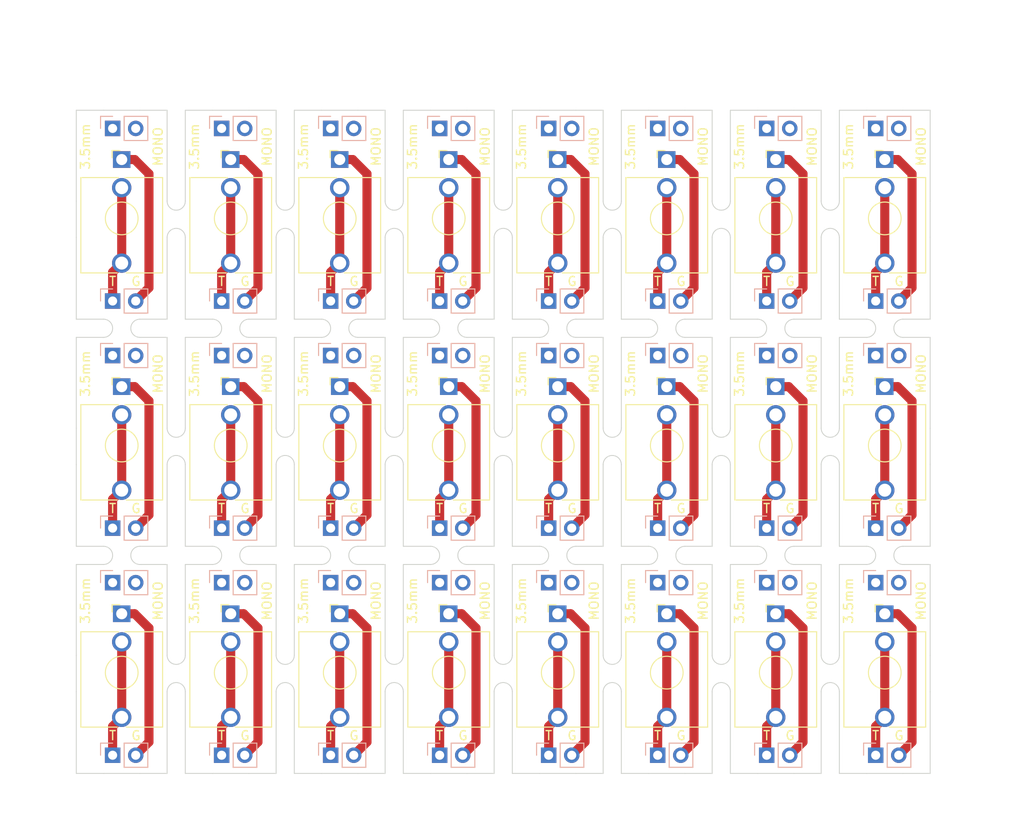
<source format=kicad_pcb>
(kicad_pcb (version 20211014) (generator pcbnew)
  (layers (0 "F.Cu" signal) (31 "B.Cu" signal) (34 "B.Paste" user) (35 "F.Paste" user) (36 "B.SilkS" user "B.Silkscreen") (37 "F.SilkS" user "F.Silkscreen") (38 "B.Mask" user) (39 "F.Mask" user) (44 "Edge.Cuts" user))
  (net 0 "")
  (net 1 "Net-(J3-PadG)")
  (net 2 "Net-(J3-PadS)")
  (footprint "LIBRARY-8-bit-computer:3.5mm-mono-jack-eurorack-2" (layer "F.Cu") (at 154 128)
    (fp_text reference "J63" hide)
    (fp_text value "AudioJack2_Ground" hide)
  )
  (footprint "LIBRARY-8-bit-computer:3.5mm-mono-jack-eurorack-2" (layer "F.Cu") (at 190 78)
    (fp_text reference "J24" hide)
    (fp_text value "AudioJack2_Ground" hide)
  )
  (footprint "LIBRARY-8-bit-computer:3.5mm-mono-jack-eurorack-2" (layer "F.Cu") (at 130 103)
    (fp_text reference "J33" hide)
    (fp_text value "AudioJack2_Ground" hide)
  )
  (footprint "LIBRARY-8-bit-computer:3.5mm-mono-jack-eurorack-2" (layer "F.Cu") (at 106 103)
    (fp_text reference "J27" hide)
    (fp_text value "AudioJack2_Ground" hide)
  )
  (footprint "LIBRARY-8-bit-computer:3.5mm-mono-jack-eurorack-2" (layer "F.Cu") (at 118 103)
    (fp_text reference "J30" hide)
    (fp_text value "AudioJack2_Ground" hide)
  )
  (footprint "LIBRARY-8-bit-computer:3.5mm-mono-jack-eurorack-2" (layer "F.Cu") (at 142 78)
    (fp_text reference "J12" hide)
    (fp_text value "AudioJack2_Ground" hide)
  )
  (footprint "LIBRARY-8-bit-computer:mouse-bite-2mm-slot" (layer "F.Cu") (at 148 128 -90)
    (fp_text reference "mouse-bite-2mm-slot39" hide)
    (fp_text value "VAL**" hide)
    (fp_arc (start 2 1) (mid 1 0) (end 2 -1) (layer "Edge.Cuts") (width 0.1))
    (fp_arc (start -2 -1) (mid -1 0) (end -2 1) (layer "Edge.Cuts") (width 0.1))
  )
  (footprint "LIBRARY-8-bit-computer:mouse-bite-2mm-slot" (layer "F.Cu") (at 166 115)
    (fp_text reference "mouse-bite-2mm-slot26" hide)
    (fp_text value "VAL**" hide)
    (fp_arc (start 2 1) (mid 1 0) (end 2 -1) (layer "Edge.Cuts") (width 0.1))
    (fp_arc (start -2 -1) (mid -1 0) (end -2 1) (layer "Edge.Cuts") (width 0.1))
  )
  (footprint "LIBRARY-8-bit-computer:3.5mm-mono-jack-eurorack-2" (layer "F.Cu") (at 190 103)
    (fp_text reference "J48" hide)
    (fp_text value "AudioJack2_Ground" hide)
  )
  (footprint "LIBRARY-8-bit-computer:mouse-bite-2mm-slot" (layer "F.Cu") (at 130 90)
    (fp_text reference "mouse-bite-2mm-slot4" hide)
    (fp_text value "VAL**" hide)
    (fp_arc (start -2 -1) (mid -1 0) (end -2 1) (layer "Edge.Cuts") (width 0.1))
    (fp_arc (start 2 1) (mid 1 0) (end 2 -1) (layer "Edge.Cuts") (width 0.1))
  )
  (footprint "LIBRARY-8-bit-computer:mouse-bite-2mm-slot" (layer "F.Cu") (at 112 128 -90)
    (fp_text reference "mouse-bite-2mm-slot33" hide)
    (fp_text value "VAL**" hide)
    (fp_arc (start 2 1) (mid 1 0) (end 2 -1) (layer "Edge.Cuts") (width 0.1))
    (fp_arc (start -2 -1) (mid -1 0) (end -2 1) (layer "Edge.Cuts") (width 0.1))
  )
  (footprint "LIBRARY-8-bit-computer:mouse-bite-2mm-slot" (layer "F.Cu") (at 190 90)
    (fp_text reference "mouse-bite-2mm-slot14" hide)
    (fp_text value "VAL**" hide)
    (fp_arc (start -2 -1) (mid -1 0) (end -2 1) (layer "Edge.Cuts") (width 0.1))
    (fp_arc (start 2 1) (mid 1 0) (end 2 -1) (layer "Edge.Cuts") (width 0.1))
  )
  (footprint "LIBRARY-8-bit-computer:mouse-bite-2mm-slot" (layer "F.Cu") (at 136 78 -90)
    (fp_text reference "mouse-bite-2mm-slot5" hide)
    (fp_text value "VAL**" hide)
    (fp_arc (start 2 1) (mid 1 0) (end 2 -1) (layer "Edge.Cuts") (width 0.1))
    (fp_arc (start -2 -1) (mid -1 0) (end -2 1) (layer "Edge.Cuts") (width 0.1))
  )
  (footprint "LIBRARY-8-bit-computer:mouse-bite-2mm-slot" (layer "F.Cu") (at 124 128 -90)
    (fp_text reference "mouse-bite-2mm-slot35" hide)
    (fp_text value "VAL**" hide)
    (fp_arc (start -2 -1) (mid -1 0) (end -2 1) (layer "Edge.Cuts") (width 0.1))
    (fp_arc (start 2 1) (mid 1 0) (end 2 -1) (layer "Edge.Cuts") (width 0.1))
  )
  (footprint "LIBRARY-8-bit-computer:mouse-bite-2mm-slot" (layer "F.Cu") (at 160 103 -90)
    (fp_text reference "mouse-bite-2mm-slot25" hide)
    (fp_text value "VAL**" hide)
    (fp_arc (start 2 1) (mid 1 0) (end 2 -1) (layer "Edge.Cuts") (width 0.1))
    (fp_arc (start -2 -1) (mid -1 0) (end -2 1) (layer "Edge.Cuts") (width 0.1))
  )
  (footprint "LIBRARY-8-bit-computer:mouse-bite-2mm-slot" (layer "F.Cu") (at 124 103 -90)
    (fp_text reference "mouse-bite-2mm-slot19" hide)
    (fp_text value "VAL**" hide)
    (fp_arc (start 2 1) (mid 1 0) (end 2 -1) (layer "Edge.Cuts") (width 0.1))
    (fp_arc (start -2 -1) (mid -1 0) (end -2 1) (layer "Edge.Cuts") (width 0.1))
  )
  (footprint "LIBRARY-8-bit-computer:mouse-bite-2mm-slot" (layer "F.Cu") (at 178 115)
    (fp_text reference "mouse-bite-2mm-slot28" hide)
    (fp_text value "VAL**" hide)
    (fp_arc (start -2 -1) (mid -1 0) (end -2 1) (layer "Edge.Cuts") (width 0.1))
    (fp_arc (start 2 1) (mid 1 0) (end 2 -1) (layer "Edge.Cuts") (width 0.1))
  )
  (footprint "LIBRARY-8-bit-computer:mouse-bite-2mm-slot" (layer "F.Cu") (at 172 128 -90)
    (fp_text reference "mouse-bite-2mm-slot43" hide)
    (fp_text value "VAL**" hide)
    (fp_arc (start 2 1) (mid 1 0) (end 2 -1) (layer "Edge.Cuts") (width 0.1))
    (fp_arc (start -2 -1) (mid -1 0) (end -2 1) (layer "Edge.Cuts") (width 0.1))
  )
  (footprint "LIBRARY-8-bit-computer:mouse-bite-2mm-slot" (layer "F.Cu") (at 154 115)
    (fp_text reference "mouse-bite-2mm-slot24" hide)
    (fp_text value "VAL**" hide)
    (fp_arc (start -2 -1) (mid -1 0) (end -2 1) (layer "Edge.Cuts") (width 0.1))
    (fp_arc (start 2 1) (mid 1 0) (end 2 -1) (layer "Edge.Cuts") (width 0.1))
  )
  (footprint "LIBRARY-8-bit-computer:mouse-bite-2mm-slot" (layer "F.Cu") (at 172 103 -90)
    (fp_text reference "mouse-bite-2mm-slot27" hide)
    (fp_text value "VAL**" hide)
    (fp_arc (start -2 -1) (mid -1 0) (end -2 1) (layer "Edge.Cuts") (width 0.1))
    (fp_arc (start 2 1) (mid 1 0) (end 2 -1) (layer "Edge.Cuts") (width 0.1))
  )
  (footprint "LIBRARY-8-bit-computer:3.5mm-mono-jack-eurorack-2" (layer "F.Cu") (at 118 78)
    (fp_text reference "J5" hide)
    (fp_text value "AudioJack2_Ground" hide)
  )
  (footprint "LIBRARY-8-bit-computer:mouse-bite-2mm-slot" (layer "F.Cu") (at 148 103 -90)
    (fp_text reference "mouse-bite-2mm-slot23" hide)
    (fp_text value "VAL**" hide)
    (fp_arc (start -2 -1) (mid -1 0) (end -2 1) (layer "Edge.Cuts") (width 0.1))
    (fp_arc (start 2 1) (mid 1 0) (end 2 -1) (layer "Edge.Cuts") (width 0.1))
  )
  (footprint "LIBRARY-8-bit-computer:mouse-bite-2mm-slot" (layer "F.Cu") (at 112 78 -90)
    (fp_text reference "mouse-bite-2mm-slot1" hide)
    (fp_text value "VAL**" hide)
    (fp_arc (start 2 1) (mid 1 0) (end 2 -1) (layer "Edge.Cuts") (width 0.1))
    (fp_arc (start -2 -1) (mid -1 0) (end -2 1) (layer "Edge.Cuts") (width 0.1))
  )
  (footprint "LIBRARY-8-bit-computer:mouse-bite-2mm-slot" (layer "F.Cu") (at 160 128 -90)
    (fp_text reference "mouse-bite-2mm-slot41" hide)
    (fp_text value "VAL**" hide)
    (fp_arc (start -2 -1) (mid -1 0) (end -2 1) (layer "Edge.Cuts") (width 0.1))
    (fp_arc (start 2 1) (mid 1 0) (end 2 -1) (layer "Edge.Cuts") (width 0.1))
  )
  (footprint "LIBRARY-8-bit-computer:mouse-bite-2mm-slot" (layer "F.Cu") (at 142 115)
    (fp_text reference "mouse-bite-2mm-slot22" hide)
    (fp_text value "VAL**" hide)
    (fp_arc (start 2 1) (mid 1 0) (end 2 -1) (layer "Edge.Cuts") (width 0.1))
    (fp_arc (start -2 -1) (mid -1 0) (end -2 1) (layer "Edge.Cuts") (width 0.1))
  )
  (footprint "LIBRARY-8-bit-computer:3.5mm-mono-jack-eurorack-2" (layer "F.Cu") (at 166 128)
    (fp_text reference "J66" hide)
    (fp_text value "AudioJack2_Ground" hide)
  )
  (footprint "LIBRARY-8-bit-computer:3.5mm-mono-jack-eurorack-2" (layer "F.Cu") (at 154 78)
    (fp_text reference "J15" hide)
    (fp_text value "AudioJack2_Ground" hide)
  )
  (footprint "LIBRARY-8-bit-computer:3.5mm-mono-jack-eurorack-2" (layer "F.Cu") (at 178 128)
    (fp_text reference "J69" hide)
    (fp_text value "AudioJack2_Ground" hide)
  )
  (footprint "LIBRARY-8-bit-computer:mouse-bite-2mm-slot" (layer "F.Cu") (at 136 128 -90)
    (fp_text reference "mouse-bite-2mm-slot37" hide)
    (fp_text value "VAL**" hide)
    (fp_arc (start 2 1) (mid 1 0) (end 2 -1) (layer "Edge.Cuts") (width 0.1))
    (fp_arc (start -2 -1) (mid -1 0) (end -2 1) (layer "Edge.Cuts") (width 0.1))
  )
  (footprint "LIBRARY-8-bit-computer:mouse-bite-2mm-slot" (layer "F.Cu") (at 130 115)
    (fp_text reference "mouse-bite-2mm-slot20" hide)
    (fp_text value "VAL**" hide)
    (fp_arc (start 2 1) (mid 1 0) (end 2 -1) (layer "Edge.Cuts") (width 0.1))
    (fp_arc (start -2 -1) (mid -1 0) (end -2 1) (layer "Edge.Cuts") (width 0.1))
  )
  (footprint "LIBRARY-8-bit-computer:3.5mm-mono-jack-eurorack-2" (layer "F.Cu") (at 142 128)
    (fp_text reference "J60" hide)
    (fp_text value "AudioJack2_Ground" hide)
  )
  (footprint "LIBRARY-8-bit-computer:mouse-bite-2mm-slot" (layer "F.Cu") (at 142 90)
    (fp_text reference "mouse-bite-2mm-slot6" hide)
    (fp_text value "VAL**" hide)
    (fp_arc (start 2 1) (mid 1 0) (end 2 -1) (layer "Edge.Cuts") (width 0.1))
    (fp_arc (start -2 -1) (mid -1 0) (end -2 1) (layer "Edge.Cuts") (width 0.1))
  )
  (footprint "LIBRARY-8-bit-computer:mouse-bite-2mm-slot" (layer "F.Cu") (at 172 78 -90)
    (fp_text reference "mouse-bite-2mm-slot11" hide)
    (fp_text value "VAL**" hide)
    (fp_arc (start -2 -1) (mid -1 0) (end -2 1) (layer "Edge.Cuts") (width 0.1))
    (fp_arc (start 2 1) (mid 1 0) (end 2 -1) (layer "Edge.Cuts") (width 0.1))
  )
  (footprint "LIBRARY-8-bit-computer:3.5mm-mono-jack-eurorack-2" (layer "F.Cu") (at 130 78)
    (fp_text reference "J7" hide)
    (fp_text value "AudioJack2_Ground" hide)
  )
  (footprint "LIBRARY-8-bit-computer:3.5mm-mono-jack-eurorack-2" (layer "F.Cu") (at 130 128)
    (fp_text reference "J57" hide)
    (fp_text value "AudioJack2_Ground" hide)
  )
  (footprint "LIBRARY-8-bit-computer:3.5mm-mono-jack-eurorack-2" (layer "F.Cu") (at 178 103)
    (fp_text reference "J45" hide)
    (fp_text value "AudioJack2_Ground" hide)
  )
  (footprint "LIBRARY-8-bit-computer:mouse-bite-2mm-slot" (layer "F.Cu") (at 184 78 -90)
    (fp_text reference "mouse-bite-2mm-slot13" hide)
    (fp_text value "VAL**" hide)
    (fp_arc (start -2 -1) (mid -1 0) (end -2 1) (layer "Edge.Cuts") (width 0.1))
    (fp_arc (start 2 1) (mid 1 0) (end 2 -1) (layer "Edge.Cuts") (width 0.1))
  )
  (footprint "LIBRARY-8-bit-computer:3.5mm-mono-jack-eurorack-2" (layer "F.Cu") (at 118 128)
    (fp_text reference "J54" hide)
    (fp_text value "AudioJack2_Ground" hide)
  )
  (footprint "LIBRARY-8-bit-computer:mouse-bite-2mm-slot" (layer "F.Cu") (at 124 78 -90)
    (fp_text reference "mouse-bite-2mm-slot3" hide)
    (fp_text value "VAL**" hide)
    (fp_arc (start -2 -1) (mid -1 0) (end -2 1) (layer "Edge.Cuts") (width 0.1))
    (fp_arc (start 2 1) (mid 1 0) (end 2 -1) (layer "Edge.Cuts") (width 0.1))
  )
  (footprint "LIBRARY-8-bit-computer:mouse-bite-2mm-slot" (layer "F.Cu") (at 154 90)
    (fp_text reference "mouse-bite-2mm-slot8" hide)
    (fp_text value "VAL**" hide)
    (fp_arc (start 2 1) (mid 1 0) (end 2 -1) (layer "Edge.Cuts") (width 0.1))
    (fp_arc (start -2 -1) (mid -1 0) (end -2 1) (layer "Edge.Cuts") (width 0.1))
  )
  (footprint "LIBRARY-8-bit-computer:mouse-bite-2mm-slot" (layer "F.Cu") (at 118 90)
    (fp_text reference "mouse-bite-2mm-slot2" hide)
    (fp_text value "VAL**" hide)
    (fp_arc (start 2 1) (mid 1 0) (end 2 -1) (layer "Edge.Cuts") (width 0.1))
    (fp_arc (start -2 -1) (mid -1 0) (end -2 1) (layer "Edge.Cuts") (width 0.1))
  )
  (footprint "LIBRARY-8-bit-computer:mouse-bite-2mm-slot" (layer "F.Cu") (at 106 115)
    (fp_text reference "mouse-bite-2mm-slot16" hide)
    (fp_text value "VAL**" hide)
    (fp_arc (start 2 1) (mid 1 0) (end 2 -1) (layer "Edge.Cuts") (width 0.1))
    (fp_arc (start -2 -1) (mid -1 0) (end -2 1) (layer "Edge.Cuts") (width 0.1))
  )
  (footprint "LIBRARY-8-bit-computer:mouse-bite-2mm-slot" (layer "F.Cu") (at 178 90)
    (fp_text reference "mouse-bite-2mm-slot12" hide)
    (fp_text value "VAL**" hide)
    (fp_arc (start 2 1) (mid 1 0) (end 2 -1) (layer "Edge.Cuts") (width 0.1))
    (fp_arc (start -2 -1) (mid -1 0) (end -2 1) (layer "Edge.Cuts") (width 0.1))
  )
  (footprint "LIBRARY-8-bit-computer:mouse-bite-2mm-slot" (layer "F.Cu") (at 136 103 -90)
    (fp_text reference "mouse-bite-2mm-slot21" hide)
    (fp_text value "VAL**" hide)
    (fp_arc (start 2 1) (mid 1 0) (end 2 -1) (layer "Edge.Cuts") (width 0.1))
    (fp_arc (start -2 -1) (mid -1 0) (end -2 1) (layer "Edge.Cuts") (width 0.1))
  )
  (footprint "LIBRARY-8-bit-computer:mouse-bite-2mm-slot" (layer "F.Cu") (at 148 78 -90)
    (fp_text reference "mouse-bite-2mm-slot7" hide)
    (fp_text value "VAL**" hide)
    (fp_arc (start -2 -1) (mid -1 0) (end -2 1) (layer "Edge.Cuts") (width 0.1))
    (fp_arc (start 2 1) (mid 1 0) (end 2 -1) (layer "Edge.Cuts") (width 0.1))
  )
  (footprint "LIBRARY-8-bit-computer:3.5mm-mono-jack-eurorack-2" (layer "F.Cu") (at 106 128)
    (fp_text reference "J51" hide)
    (fp_text value "AudioJack2_Ground" hide)
  )
  (footprint "LIBRARY-8-bit-computer:3.5mm-mono-jack-eurorack-2" (layer "F.Cu") (at 142 103)
    (fp_text reference "J36" hide)
    (fp_text value "AudioJack2_Ground" hide)
  )
  (footprint "LIBRARY-8-bit-computer:3.5mm-mono-jack-eurorack-2" (layer "F.Cu") (at 106 78)
    (fp_text reference "J3" hide)
    (fp_text value "AudioJack2_Ground" hide)
  )
  (footprint "LIBRARY-8-bit-computer:mouse-bite-2mm-slot" (layer "F.Cu") (at 160 78 -90)
    (fp_text reference "mouse-bite-2mm-slot9" hide)
    (fp_text value "VAL**" hide)
    (fp_arc (start 2 1) (mid 1 0) (end 2 -1) (layer "Edge.Cuts") (width 0.1))
    (fp_arc (start -2 -1) (mid -1 0) (end -2 1) (layer "Edge.Cuts") (width 0.1))
  )
  (footprint "LIBRARY-8-bit-computer:mouse-bite-2mm-slot" (layer "F.Cu") (at 118 115)
    (fp_text reference "mouse-bite-2mm-slot18" hide)
    (fp_text value "VAL**" hide)
    (fp_arc (start -2 -1) (mid -1 0) (end -2 1) (layer "Edge.Cuts") (width 0.1))
    (fp_arc (start 2 1) (mid 1 0) (end 2 -1) (layer "Edge.Cuts") (width 0.1))
  )
  (footprint "LIBRARY-8-bit-computer:3.5mm-mono-jack-eurorack-2" (layer "F.Cu") (at 190 128)
    (fp_text reference "J72" hide)
    (fp_text value "AudioJack2_Ground" hide)
  )
  (footprint "LIBRARY-8-bit-computer:mouse-bite-2mm-slot" (layer "F.Cu") (at 112 103 -90)
    (fp_text reference "mouse-bite-2mm-slot17" hide)
    (fp_text value "VAL**" hide)
    (fp_arc (start 2 1) (mid 1 0) (end 2 -1) (layer "Edge.Cuts") (width 0.1))
    (fp_arc (start -2 -1) (mid -1 0) (end -2 1) (layer "Edge.Cuts") (width 0.1))
  )
  (footprint "LIBRARY-8-bit-computer:3.5mm-mono-jack-eurorack-2" (layer "F.Cu") (at 166 103)
    (fp_text reference "J42" hide)
    (fp_text value "AudioJack2_Ground" hide)
  )
  (footprint "LIBRARY-8-bit-computer:mouse-bite-2mm-slot" (layer "F.Cu") (at 166 90)
    (fp_text reference "mouse-bite-2mm-slot10" hide)
    (fp_text value "VAL**" hide)
    (fp_arc (start 2 1) (mid 1 0) (end 2 -1) (layer "Edge.Cuts") (width 0.1))
    (fp_arc (start -2 -1) (mid -1 0) (end -2 1) (layer "Edge.Cuts") (width 0.1))
  )
  (footprint "LIBRARY-8-bit-computer:3.5mm-mono-jack-eurorack-2" (layer "F.Cu") (at 178 78)
    (fp_text reference "J21" hide)
    (fp_text value "AudioJack2_Ground" hide)
  )
  (footprint "LIBRARY-8-bit-computer:mouse-bite-2mm-slot" (layer "F.Cu") (at 106 90)
    (fp_text reference "mouse-bite-2mm-slot1" hide)
    (fp_text value "VAL**" hide)
    (fp_arc (start 2 1) (mid 1 0) (end 2 -1) (layer "Edge.Cuts") (width 0.1))
    (fp_arc (start -2 -1) (mid -1 0) (end -2 1) (layer "Edge.Cuts") (width 0.1))
  )
  (footprint "LIBRARY-8-bit-computer:3.5mm-mono-jack-eurorack-2" (layer "F.Cu") (at 166 78)
    (fp_text reference "J18" hide)
    (fp_text value "AudioJack2_Ground" hide)
  )
  (footprint "LIBRARY-8-bit-computer:mouse-bite-2mm-slot" (layer "F.Cu") (at 184 103 -90)
    (fp_text reference "mouse-bite-2mm-slot29" hide)
    (fp_text value "VAL**" hide)
    (fp_arc (start -2 -1) (mid -1 0) (end -2 1) (layer "Edge.Cuts") (width 0.1))
    (fp_arc (start 2 1) (mid 1 0) (end 2 -1) (layer "Edge.Cuts") (width 0.1))
  )
  (footprint "LIBRARY-8-bit-computer:3.5mm-mono-jack-eurorack-2" (layer "F.Cu") (at 154 103)
    (fp_text reference "J39" hide)
    (fp_text value "AudioJack2_Ground" hide)
  )
  (footprint "LIBRARY-8-bit-computer:mouse-bite-2mm-slot" (layer "F.Cu") (at 184 128 -90)
    (fp_text reference "mouse-bite-2mm-slot45" hide)
    (fp_text value "VAL**" hide)
    (fp_arc (start 2 1) (mid 1 0) (end 2 -1) (layer "Edge.Cuts") (width 0.1))
    (fp_arc (start -2 -1) (mid -1 0) (end -2 1) (layer "Edge.Cuts") (width 0.1))
  )
  (footprint "LIBRARY-8-bit-computer:mouse-bite-2mm-slot" (layer "F.Cu") (at 190 115)
    (fp_text reference "mouse-bite-2mm-slot30" hide)
    (fp_text value "VAL**" hide)
    (fp_arc (start -2 -1) (mid -1 0) (end -2 1) (layer "Edge.Cuts") (width 0.1))
    (fp_arc (start 2 1) (mid 1 0) (end 2 -1) (layer "Edge.Cuts") (width 0.1))
  )
  (footprint "Connector_PinHeader_2.54mm:PinHeader_1x02_P2.54mm_Vertical" (layer "B.Cu") (at 129 93 -90)
    (fp_text reference "J35" hide)
    (fp_text value "Conn_01x02" hide)
  )
  (footprint "Connector_PinHeader_2.54mm:PinHeader_1x02_P2.54mm_Vertical" (layer "B.Cu") (at 177 68 -90)
    (fp_text reference "J23" hide)
    (fp_text value "Conn_01x02" hide)
  )
  (footprint "Connector_PinHeader_2.54mm:PinHeader_1x02_P2.54mm_Vertical" (layer "B.Cu") (at 105 87 -90)
    (fp_text reference "J4" hide)
    (fp_text value "Conn_01x02" hide)
  )
  (footprint "Connector_PinHeader_2.54mm:PinHeader_1x02_P2.54mm_Vertical" (layer "B.Cu") (at 189 112 -90)
    (fp_text reference "J49" hide)
    (fp_text value "Conn_01x02" hide)
  )
  (footprint "Connector_PinHeader_2.54mm:PinHeader_1x02_P2.54mm_Vertical" (layer "B.Cu") (at 141 93 -90)
    (fp_text reference "J38" hide)
    (fp_text value "Conn_01x02" hide)
  )
  (footprint "Connector_PinHeader_2.54mm:PinHeader_1x02_P2.54mm_Vertical" (layer "B.Cu") (at 153 112 -90)
    (fp_text reference "J40" hide)
    (fp_text value "Conn_01x02" hide)
  )
  (footprint "Connector_PinHeader_2.54mm:PinHeader_1x02_P2.54mm_Vertical" (layer "B.Cu") (at 141 118 -90)
    (fp_text reference "J62" hide)
    (fp_text value "Conn_01x02" hide)
  )
  (footprint "Connector_PinHeader_2.54mm:PinHeader_1x02_P2.54mm_Vertical" (layer "B.Cu") (at 129 137 -90)
    (fp_text reference "J58" hide)
    (fp_text value "Conn_01x02" hide)
  )
  (footprint "Connector_PinHeader_2.54mm:PinHeader_1x02_P2.54mm_Vertical" (layer "B.Cu") (at 129 118 -90)
    (fp_text reference "J59" hide)
    (fp_text value "Conn_01x02" hide)
  )
  (footprint "Connector_PinHeader_2.54mm:PinHeader_1x02_P2.54mm_Vertical" (layer "B.Cu") (at 117 87 -90)
    (fp_text reference "J6" hide)
    (fp_text value "Conn_01x02" hide)
  )
  (footprint "Connector_PinHeader_2.54mm:PinHeader_1x02_P2.54mm_Vertical" (layer "B.Cu") (at 141 68 -90)
    (fp_text reference "J14" hide)
    (fp_text value "Conn_01x02" hide)
  )
  (footprint "Connector_PinHeader_2.54mm:PinHeader_1x02_P2.54mm_Vertical" (layer "B.Cu") (at 177 137 -90)
    (fp_text reference "J70" hide)
    (fp_text value "Conn_01x02" hide)
  )
  (footprint "Connector_PinHeader_2.54mm:PinHeader_1x02_P2.54mm_Vertical" (layer "B.Cu") (at 177 93 -90)
    (fp_text reference "J47" hide)
    (fp_text value "Conn_01x02" hide)
  )
  (footprint "Connector_PinHeader_2.54mm:PinHeader_1x02_P2.54mm_Vertical" (layer "B.Cu") (at 189 87 -90)
    (fp_text reference "J25" hide)
    (fp_text value "Conn_01x02" hide)
  )
  (footprint "Connector_PinHeader_2.54mm:PinHeader_1x02_P2.54mm_Vertical" (layer "B.Cu") (at 129 112 -90)
    (fp_text reference "J34" hide)
    (fp_text value "Conn_01x02" hide)
  )
  (footprint "Connector_PinHeader_2.54mm:PinHeader_1x02_P2.54mm_Vertical" (layer "B.Cu") (at 189 137 -90)
    (fp_text reference "J73" hide)
    (fp_text value "Conn_01x02" hide)
  )
  (footprint "Connector_PinHeader_2.54mm:PinHeader_1x02_P2.54mm_Vertical" (layer "B.Cu") (at 153 87 -90)
    (fp_text reference "J16" hide)
    (fp_text value "Conn_01x02" hide)
  )
  (footprint "Connector_PinHeader_2.54mm:PinHeader_1x02_P2.54mm_Vertical" (layer "B.Cu") (at 117 93 -90)
    (fp_text reference "J32" hide)
    (fp_text value "Conn_01x02" hide)
  )
  (footprint "Connector_PinHeader_2.54mm:PinHeader_1x02_P2.54mm_Vertical" (layer "B.Cu") (at 177 112 -90)
    (fp_text reference "J46" hide)
    (fp_text value "Conn_01x02" hide)
  )
  (footprint "Connector_PinHeader_2.54mm:PinHeader_1x02_P2.54mm_Vertical" (layer "B.Cu") (at 141 87 -90)
    (fp_text reference "J13" hide)
    (fp_text value "Conn_01x02" hide)
  )
  (footprint "Connector_PinHeader_2.54mm:PinHeader_1x02_P2.54mm_Vertical" (layer "B.Cu") (at 189 68 -90)
    (fp_text reference "J26" hide)
    (fp_text value "Conn_01x02" hide)
  )
  (footprint "Connector_PinHeader_2.54mm:PinHeader_1x02_P2.54mm_Vertical" (layer "B.Cu") (at 117 68 -90)
    (fp_text reference "J9" hide)
    (fp_text value "Conn_01x02" hide)
  )
  (footprint "Connector_PinHeader_2.54mm:PinHeader_1x02_P2.54mm_Vertical" (layer "B.Cu") (at 153 68 -90)
    (fp_text reference "J17" hide)
    (fp_text value "Conn_01x02" hide)
  )
  (footprint "Connector_PinHeader_2.54mm:PinHeader_1x02_P2.54mm_Vertical" (layer "B.Cu") (at 153 93 -90)
    (fp_text reference "J41" hide)
    (fp_text value "Conn_01x02" hide)
  )
  (footprint "Connector_PinHeader_2.54mm:PinHeader_1x02_P2.54mm_Vertical" (layer "B.Cu") (at 177 118 -90)
    (fp_text reference "J71" hide)
    (fp_text value "Conn_01x02" hide)
  )
  (footprint "Connector_PinHeader_2.54mm:PinHeader_1x02_P2.54mm_Vertical" (layer "B.Cu") (at 117 112 -90)
    (fp_text reference "J31" hide)
    (fp_text value "Conn_01x02" hide)
  )
  (footprint "Connector_PinHeader_2.54mm:PinHeader_1x02_P2.54mm_Vertical" (layer "B.Cu") (at 165 118 -90)
    (fp_text reference "J68" hide)
    (fp_text value "Conn_01x02" hide)
  )
  (footprint "Connector_PinHeader_2.54mm:PinHeader_1x02_P2.54mm_Vertical" (layer "B.Cu") (at 129 68 -90)
    (fp_text reference "J11" hide)
    (fp_text value "Conn_01x02" hide)
  )
  (footprint "Connector_PinHeader_2.54mm:PinHeader_1x02_P2.54mm_Vertical" (layer "B.Cu") (at 117 137 -90)
    (fp_text reference "J55" hide)
    (fp_text value "Conn_01x02" hide)
  )
  (footprint "Connector_PinHeader_2.54mm:PinHeader_1x02_P2.54mm_Vertical" (layer "B.Cu") (at 141 112 -90)
    (fp_text reference "J37" hide)
    (fp_text value "Conn_01x02" hide)
  )
  (footprint "Connector_PinHeader_2.54mm:PinHeader_1x02_P2.54mm_Vertical" (layer "B.Cu") (at 165 93 -90)
    (fp_text reference "J44" hide)
    (fp_text value "Conn_01x02" hide)
  )
  (footprint "Connector_PinHeader_2.54mm:PinHeader_1x02_P2.54mm_Vertical" (layer "B.Cu") (at 129 87 -90)
    (fp_text reference "J10" hide)
    (fp_text value "Conn_01x02" hide)
  )
  (footprint "Connector_PinHeader_2.54mm:PinHeader_1x02_P2.54mm_Vertical" (layer "B.Cu") (at 153 118 -90)
    (fp_text reference "J65" hide)
    (fp_text value "Conn_01x02" hide)
  )
  (footprint "Connector_PinHeader_2.54mm:PinHeader_1x02_P2.54mm_Vertical" (layer "B.Cu") (at 177 87 -90)
    (fp_text reference "J22" hide)
    (fp_text value "Conn_01x02" hide)
  )
  (footprint "Connector_PinHeader_2.54mm:PinHeader_1x02_P2.54mm_Vertical" (layer "B.Cu") (at 141 137 -90)
    (fp_text reference "J61" hide)
    (fp_text value "Conn_01x02" hide)
  )
  (footprint "Connector_PinHeader_2.54mm:PinHeader_1x02_P2.54mm_Vertical" (layer "B.Cu") (at 165 68 -90)
    (fp_text reference "J20" hide)
    (fp_text value "Conn_01x02" hide)
  )
  (footprint "Connector_PinHeader_2.54mm:PinHeader_1x02_P2.54mm_Vertical" (layer "B.Cu") (at 105 118 -90)
    (fp_text reference "J53" hide)
    (fp_text value "Conn_01x02" hide)
  )
  (footprint "Connector_PinHeader_2.54mm:PinHeader_1x02_P2.54mm_Vertical" (layer "B.Cu") (at 153 137 -90)
    (fp_text reference "J64" hide)
    (fp_text value "Conn_01x02" hide)
  )
  (footprint "Connector_PinHeader_2.54mm:PinHeader_1x02_P2.54mm_Vertical" (layer "B.Cu") (at 189 118 -90)
    (fp_text reference "J74" hide)
    (fp_text value "Conn_01x02" hide)
  )
  (footprint "Connector_PinHeader_2.54mm:PinHeader_1x02_P2.54mm_Vertical" (layer "B.Cu") (at 165 137 -90)
    (fp_text reference "J67" hide)
    (fp_text value "Conn_01x02" hide)
  )
  (footprint "Connector_PinHeader_2.54mm:PinHeader_1x02_P2.54mm_Vertical" (layer "B.Cu") (at 165 87 -90)
    (fp_text reference "J19" hide)
    (fp_text value "Conn_01x02" hide)
  )
  (footprint "Connector_PinHeader_2.54mm:PinHeader_1x02_P2.54mm_Vertical" (layer "B.Cu") (at 105 112 -90)
    (fp_text reference "J28" hide)
    (fp_text value "Conn_01x02" hide)
  )
  (footprint "Connector_PinHeader_2.54mm:PinHeader_1x02_P2.54mm_Vertical" (layer "B.Cu") (at 117 118 -90)
    (fp_text reference "J56" hide)
    (fp_text value "Conn_01x02" hide)
  )
  (footprint "Connector_PinHeader_2.54mm:PinHeader_1x02_P2.54mm_Vertical" (layer "B.Cu") (at 105 68 -90)
    (fp_text reference "J8" hide)
    (fp_text value "Conn_01x02" hide)
  )
  (footprint "Connector_PinHeader_2.54mm:PinHeader_1x02_P2.54mm_Vertical" (layer "B.Cu") (at 105 93 -90)
    (fp_text reference "J29" hide)
    (fp_text value "Conn_01x02" hide)
  )
  (footprint "Connector_PinHeader_2.54mm:PinHeader_1x02_P2.54mm_Vertical" (layer "B.Cu") (at 105 137 -90)
    (fp_text reference "J52" hide)
    (fp_text value "Conn_01x02" hide)
  )
  (footprint "Connector_PinHeader_2.54mm:PinHeader_1x02_P2.54mm_Vertical" (layer "B.Cu") (at 165 112 -90)
    (fp_text reference "J43" hide)
    (fp_text value "Conn_01x02" hide)
  )
  (footprint "Connector_PinHeader_2.54mm:PinHeader_1x02_P2.54mm_Vertical" (layer "B.Cu") (at 189 93 -90)
    (fp_text reference "J50" hide)
    (fp_text value "Conn_01x02" hide)
  )
  (gr_line (start 173 116) (end 173 126) (layer "Edge.Cuts") (width 0.1))
  (gr_line (start 104 91) (end 101 91) (layer "Edge.Cuts") (width 0.1))
  (gr_line (start 149 66) (end 149 76) (layer "Edge.Cuts") (width 0.1))
  (gr_line (start 147 114) (end 147 105) (layer "Edge.Cuts") (width 0.1))
  (gr_line (start 152 66) (end 149 66) (layer "Edge.Cuts") (width 0.1))
  (gr_line (start 140 66) (end 144 66) (layer "Edge.Cuts") (width 0.1))
  (gr_line (start 137 116) (end 137 126) (layer "Edge.Cuts") (width 0.1))
  (gr_line (start 171 116) (end 168 116) (layer "Edge.Cuts") (width 0.1))
  (gr_line (start 123 139) (end 123 130) (layer "Edge.Cuts") (width 0.1))
  (gr_line (start 147 126) (end 147 116) (layer "Edge.Cuts") (width 0.1))
  (gr_line (start 123 76) (end 123 66) (layer "Edge.Cuts") (width 0.1))
  (gr_line (start 195 116) (end 192 116) (layer "Edge.Cuts") (width 0.1))
  (gr_line (start 101 101) (end 101 105) (layer "Edge.Cuts") (width 0.1))
  (gr_line (start 147 76) (end 147 66) (layer "Edge.Cuts") (width 0.1))
  (gr_line (start 171 76) (end 171 66) (layer "Edge.Cuts") (width 0.1))
  (gr_line (start 137 80) (end 137 89) (layer "Edge.Cuts") (width 0.1))
  (gr_line (start 171 66) (end 168 66) (layer "Edge.Cuts") (width 0.1))
  (gr_line (start 171 114) (end 171 105) (layer "Edge.Cuts") (width 0.1))
  (gr_line (start 164 66) (end 168 66) (layer "Edge.Cuts") (width 0.1))
  (gr_line (start 185 80) (end 185 89) (layer "Edge.Cuts") (width 0.1))
  (gr_line (start 185 105) (end 185 114) (layer "Edge.Cuts") (width 0.1))
  (gr_line (start 140 66) (end 137 66) (layer "Edge.Cuts") (width 0.1))
  (gr_line (start 161 66) (end 161 76) (layer "Edge.Cuts") (width 0.1))
  (gr_line (start 116 139) (end 120 139) (layer "Edge.Cuts") (width 0.1))
  (gr_line (start 171 91) (end 168 91) (layer "Edge.Cuts") (width 0.1))
  (gr_line (start 135 101) (end 135 91) (layer "Edge.Cuts") (width 0.1))
  (gr_line (start 159 91) (end 156 91) (layer "Edge.Cuts") (width 0.1))
  (gr_line (start 176 66) (end 173 66) (layer "Edge.Cuts") (width 0.1))
  (gr_line (start 137 114) (end 140 114) (layer "Edge.Cuts") (width 0.1))
  (gr_line (start 101 116) (end 101 126) (layer "Edge.Cuts") (width 0.1))
  (gr_line (start 159 89) (end 159 80) (layer "Edge.Cuts") (width 0.1))
  (gr_line (start 120 114) (end 123 114) (layer "Edge.Cuts") (width 0.1))
  (gr_line (start 140 91) (end 137 91) (layer "Edge.Cuts") (width 0.1))
  (gr_line (start 116 116) (end 113 116) (layer "Edge.Cuts") (width 0.1))
  (gr_line (start 128 91) (end 125 91) (layer "Edge.Cuts") (width 0.1))
  (gr_line (start 176 116) (end 173 116) (layer "Edge.Cuts") (width 0.1))
  (gr_line (start 195 66) (end 192 66) (layer "Edge.Cuts") (width 0.1))
  (gr_line (start 113 91) (end 113 101) (layer "Edge.Cuts") (width 0.1))
  (gr_line (start 135 76) (end 135 66) (layer "Edge.Cuts") (width 0.1))
  (gr_line (start 183 66) (end 180 66) (layer "Edge.Cuts") (width 0.1))
  (gr_line (start 149 130) (end 149 139) (layer "Edge.Cuts") (width 0.1))
  (gr_line (start 111 114) (end 111 105) (layer "Edge.Cuts") (width 0.1))
  (gr_line (start 125 114) (end 128 114) (layer "Edge.Cuts") (width 0.1))
  (gr_line (start 137 130) (end 137 139) (layer "Edge.Cuts") (width 0.1))
  (gr_line (start 164 116) (end 161 116) (layer "Edge.Cuts") (width 0.1))
  (gr_line (start 185 139) (end 188 139) (layer "Edge.Cuts") (width 0.1))
  (gr_line (start 195 76) (end 195 80) (layer "Edge.Cuts") (width 0.1))
  (gr_line (start 149 114) (end 152 114) (layer "Edge.Cuts") (width 0.1))
  (gr_line (start 168 89) (end 171 89) (layer "Edge.Cuts") (width 0.1))
  (gr_line (start 128 139) (end 132 139) (layer "Edge.Cuts") (width 0.1))
  (gr_line (start 135 66) (end 132 66) (layer "Edge.Cuts") (width 0.1))
  (gr_line (start 195 114) (end 195 105) (layer "Edge.Cuts") (width 0.1))
  (gr_line (start 188 66) (end 192 66) (layer "Edge.Cuts") (width 0.1))
  (gr_line (start 183 139) (end 183 130) (layer "Edge.Cuts") (width 0.1))
  (gr_line (start 183 101) (end 183 91) (layer "Edge.Cuts") (width 0.1))
  (gr_line (start 111 91) (end 108 91) (layer "Edge.Cuts") (width 0.1))
  (gr_line (start 161 105) (end 161 114) (layer "Edge.Cuts") (width 0.1))
  (gr_line (start 164 91) (end 161 91) (layer "Edge.Cuts") (width 0.1))
  (gr_line (start 128 66) (end 132 66) (layer "Edge.Cuts") (width 0.1))
  (gr_line (start 135 116) (end 132 116) (layer "Edge.Cuts") (width 0.1))
  (gr_line (start 113 116) (end 113 126) (layer "Edge.Cuts") (width 0.1))
  (gr_line (start 159 66) (end 156 66) (layer "Edge.Cuts") (width 0.1))
  (gr_line (start 135 114) (end 135 105) (layer "Edge.Cuts") (width 0.1))
  (gr_line (start 195 89) (end 195 80) (layer "Edge.Cuts") (width 0.1))
  (gr_line (start 156 139) (end 159 139) (layer "Edge.Cuts") (width 0.1))
  (gr_line (start 152 116) (end 149 116) (layer "Edge.Cuts") (width 0.1))
  (gr_line (start 195 101) (end 195 91) (layer "Edge.Cuts") (width 0.1))
  (gr_line (start 101 80) (end 101 89) (layer "Edge.Cuts") (width 0.1))
  (gr_line (start 125 130) (end 125 139) (layer "Edge.Cuts") (width 0.1))
  (gr_line (start 183 114) (end 183 105) (layer "Edge.Cuts") (width 0.1))
  (gr_line (start 137 105) (end 137 114) (layer "Edge.Cuts") (width 0.1))
  (gr_line (start 101 76) (end 101 80) (layer "Edge.Cuts") (width 0.1))
  (gr_line (start 159 126) (end 159 116) (layer "Edge.Cuts") (width 0.1))
  (gr_line (start 171 101) (end 171 91) (layer "Edge.Cuts") (width 0.1))
  (gr_line (start 132 114) (end 135 114) (layer "Edge.Cuts") (width 0.1))
  (gr_line (start 123 66) (end 120 66) (layer "Edge.Cuts") (width 0.1))
  (gr_line (start 111 76) (end 111 66) (layer "Edge.Cuts") (width 0.1))
  (gr_line (start 137 89) (end 140 89) (layer "Edge.Cuts") (width 0.1))
  (gr_line (start 156 114) (end 159 114) (layer "Edge.Cuts") (width 0.1))
  (gr_line (start 161 116) (end 161 126) (layer "Edge.Cuts") (width 0.1))
  (gr_line (start 113 89) (end 116 89) (layer "Edge.Cuts") (width 0.1))
  (gr_line (start 149 89) (end 152 89) (layer "Edge.Cuts") (width 0.1))
  (gr_line (start 156 89) (end 159 89) (layer "Edge.Cuts") (width 0.1))
  (gr_line (start 101 89) (end 104 89) (layer "Edge.Cuts") (width 0.1))
  (gr_line (start 128 116) (end 125 116) (layer "Edge.Cuts") (width 0.1))
  (gr_line (start 149 105) (end 149 114) (layer "Edge.Cuts") (width 0.1))
  (gr_line (start 144 89) (end 147 89) (layer "Edge.Cuts") (width 0.1))
  (gr_line (start 140 139) (end 144 139) (layer "Edge.Cuts") (width 0.1))
  (gr_line (start 147 101) (end 147 91) (layer "Edge.Cuts") (width 0.1))
  (gr_line (start 104 66) (end 101 66) (layer "Edge.Cuts") (width 0.1))
  (gr_line (start 195 76) (end 195 66) (layer "Edge.Cuts") (width 0.1))
  (gr_line (start 183 89) (end 183 80) (layer "Edge.Cuts") (width 0.1))
  (gr_line (start 183 126) (end 183 116) (layer "Edge.Cuts") (width 0.1))
  (gr_line (start 188 116) (end 185 116) (layer "Edge.Cuts") (width 0.1))
  (gr_line (start 135 126) (end 135 116) (layer "Edge.Cuts") (width 0.1))
  (gr_line (start 161 89) (end 164 89) (layer "Edge.Cuts") (width 0.1))
  (gr_line (start 176 66) (end 180 66) (layer "Edge.Cuts") (width 0.1))
  (gr_line (start 161 80) (end 161 89) (layer "Edge.Cuts") (width 0.1))
  (gr_line (start 111 89) (end 111 80) (layer "Edge.Cuts") (width 0.1))
  (gr_line (start 152 91) (end 149 91) (layer "Edge.Cuts") (width 0.1))
  (gr_line (start 173 139) (end 176 139) (layer "Edge.Cuts") (width 0.1))
  (gr_line (start 137 66) (end 137 76) (layer "Edge.Cuts") (width 0.1))
  (gr_line (start 132 89) (end 135 89) (layer "Edge.Cuts") (width 0.1))
  (gr_line (start 111 101) (end 111 91) (layer "Edge.Cuts") (width 0.1))
  (gr_line (start 161 130) (end 161 139) (layer "Edge.Cuts") (width 0.1))
  (gr_line (start 192 89) (end 195 89) (layer "Edge.Cuts") (width 0.1))
  (gr_line (start 116 66) (end 120 66) (layer "Edge.Cuts") (width 0.1))
  (gr_line (start 183 116) (end 180 116) (layer "Edge.Cuts") (width 0.1))
  (gr_line (start 195 126) (end 195 116) (layer "Edge.Cuts") (width 0.1))
  (gr_line (start 125 139) (end 128 139) (layer "Edge.Cuts") (width 0.1))
  (gr_line (start 185 114) (end 188 114) (layer "Edge.Cuts") (width 0.1))
  (gr_line (start 195 91) (end 192 91) (layer "Edge.Cuts") (width 0.1))
  (gr_line (start 159 114) (end 159 105) (layer "Edge.Cuts") (width 0.1))
  (gr_line (start 149 91) (end 149 101) (layer "Edge.Cuts") (width 0.1))
  (gr_line (start 104 139) (end 108 139) (layer "Edge.Cuts") (width 0.1))
  (gr_line (start 161 91) (end 161 101) (layer "Edge.Cuts") (width 0.1))
  (gr_line (start 173 130) (end 173 139) (layer "Edge.Cuts") (width 0.1))
  (gr_line (start 113 114) (end 116 114) (layer "Edge.Cuts") (width 0.1))
  (gr_line (start 125 105) (end 125 114) (layer "Edge.Cuts") (width 0.1))
  (gr_line (start 125 116) (end 125 126) (layer "Edge.Cuts") (width 0.1))
  (gr_line (start 147 116) (end 144 116) (layer "Edge.Cuts") (width 0.1))
  (gr_line (start 164 139) (end 168 139) (layer "Edge.Cuts") (width 0.1))
  (gr_line (start 183 91) (end 180 91) (layer "Edge.Cuts") (width 0.1))
  (gr_line (start 135 89) (end 135 80) (layer "Edge.Cuts") (width 0.1))
  (gr_line (start 161 114) (end 164 114) (layer "Edge.Cuts") (width 0.1))
  (gr_line (start 192 114) (end 195 114) (layer "Edge.Cuts") (width 0.1))
  (gr_line (start 159 139) (end 159 130) (layer "Edge.Cuts") (width 0.1))
  (gr_line (start 147 66) (end 144 66) (layer "Edge.Cuts") (width 0.1))
  (gr_line (start 173 80) (end 173 89) (layer "Edge.Cuts") (width 0.1))
  (gr_line (start 125 89) (end 128 89) (layer "Edge.Cuts") (width 0.1))
  (gr_line (start 113 139) (end 116 139) (layer "Edge.Cuts") (width 0.1))
  (gr_line (start 120 139) (end 123 139) (layer "Edge.Cuts") (width 0.1))
  (gr_line (start 113 66) (end 113 76) (layer "Edge.Cuts") (width 0.1))
  (gr_line (start 104 66) (end 108 66) (layer "Edge.Cuts") (width 0.1))
  (gr_line (start 144 139) (end 147 139) (layer "Edge.Cuts") (width 0.1))
  (gr_line (start 173 114) (end 176 114) (layer "Edge.Cuts") (width 0.1))
  (gr_line (start 159 101) (end 159 91) (layer "Edge.Cuts") (width 0.1))
  (gr_line (start 137 139) (end 140 139) (layer "Edge.Cuts") (width 0.1))
  (gr_line (start 173 105) (end 173 114) (layer "Edge.Cuts") (width 0.1))
  (gr_line (start 108 89) (end 111 89) (layer "Edge.Cuts") (width 0.1))
  (gr_line (start 185 66) (end 185 76) (layer "Edge.Cuts") (width 0.1))
  (gr_line (start 183 76) (end 183 66) (layer "Edge.Cuts") (width 0.1))
  (gr_line (start 125 80) (end 125 89) (layer "Edge.Cuts") (width 0.1))
  (gr_line (start 173 89) (end 176 89) (layer "Edge.Cuts") (width 0.1))
  (gr_line (start 180 139) (end 183 139) (layer "Edge.Cuts") (width 0.1))
  (gr_line (start 164 66) (end 161 66) (layer "Edge.Cuts") (width 0.1))
  (gr_line (start 171 126) (end 171 116) (layer "Edge.Cuts") (width 0.1))
  (gr_line (start 113 130) (end 113 139) (layer "Edge.Cuts") (width 0.1))
  (gr_line (start 176 91) (end 173 91) (layer "Edge.Cuts") (width 0.1))
  (gr_line (start 116 91) (end 113 91) (layer "Edge.Cuts") (width 0.1))
  (gr_line (start 185 91) (end 185 101) (layer "Edge.Cuts") (width 0.1))
  (gr_line (start 185 130) (end 185 139) (layer "Edge.Cuts") (width 0.1))
  (gr_line (start 173 66) (end 173 76) (layer "Edge.Cuts") (width 0.1))
  (gr_line (start 147 89) (end 147 80) (layer "Edge.Cuts") (width 0.1))
  (gr_line (start 132 139) (end 135 139) (layer "Edge.Cuts") (width 0.1))
  (gr_line (start 180 89) (end 183 89) (layer "Edge.Cuts") (width 0.1))
  (gr_line (start 123 89) (end 123 80) (layer "Edge.Cuts") (width 0.1))
  (gr_line (start 116 66) (end 113 66) (layer "Edge.Cuts") (width 0.1))
  (gr_line (start 128 66) (end 125 66) (layer "Edge.Cuts") (width 0.1))
  (gr_line (start 123 116) (end 120 116) (layer "Edge.Cuts") (width 0.1))
  (gr_line (start 120 89) (end 123 89) (layer "Edge.Cuts") (width 0.1))
  (gr_line (start 123 91) (end 120 91) (layer "Edge.Cuts") (width 0.1))
  (gr_line (start 180 114) (end 183 114) (layer "Edge.Cuts") (width 0.1))
  (gr_line (start 195 139) (end 195 130) (layer "Edge.Cuts") (width 0.1))
  (gr_line (start 171 89) (end 171 80) (layer "Edge.Cuts") (width 0.1))
  (gr_line (start 135 91) (end 132 91) (layer "Edge.Cuts") (width 0.1))
  (gr_line (start 185 116) (end 185 126) (layer "Edge.Cuts") (width 0.1))
  (gr_line (start 161 139) (end 164 139) (layer "Edge.Cuts") (width 0.1))
  (gr_line (start 188 66) (end 185 66) (layer "Edge.Cuts") (width 0.1))
  (gr_line (start 140 116) (end 137 116) (layer "Edge.Cuts") (width 0.1))
  (gr_line (start 176 139) (end 180 139) (layer "Edge.Cuts") (width 0.1))
  (gr_line (start 123 126) (end 123 116) (layer "Edge.Cuts") (width 0.1))
  (gr_line (start 104 116) (end 101 116) (layer "Edge.Cuts") (width 0.1))
  (gr_line (start 168 139) (end 171 139) (layer "Edge.Cuts") (width 0.1))
  (gr_line (start 101 139) (end 104 139) (layer "Edge.Cuts") (width 0.1))
  (gr_line (start 159 116) (end 156 116) (layer "Edge.Cuts") (width 0.1))
  (gr_line (start 195 101) (end 195 105) (layer "Edge.Cuts") (width 0.1))
  (gr_line (start 185 89) (end 188 89) (layer "Edge.Cuts") (width 0.1))
  (gr_line (start 101 66) (end 101 76) (layer "Edge.Cuts") (width 0.1))
  (gr_line (start 113 80) (end 113 89) (layer "Edge.Cuts") (width 0.1))
  (gr_line (start 195 126) (end 195 130) (layer "Edge.Cuts") (width 0.1))
  (gr_line (start 101 130) (end 101 139) (layer "Edge.Cuts") (width 0.1))
  (gr_line (start 108 114) (end 111 114) (layer "Edge.Cuts") (width 0.1))
  (gr_line (start 101 91) (end 101 101) (layer "Edge.Cuts") (width 0.1))
  (gr_line (start 101 126) (end 101 130) (layer "Edge.Cuts") (width 0.1))
  (gr_line (start 137 91) (end 137 101) (layer "Edge.Cuts") (width 0.1))
  (gr_line (start 168 114) (end 171 114) (layer "Edge.Cuts") (width 0.1))
  (gr_line (start 149 116) (end 149 126) (layer "Edge.Cuts") (width 0.1))
  (gr_line (start 125 91) (end 125 101) (layer "Edge.Cuts") (width 0.1))
  (gr_line (start 147 91) (end 144 91) (layer "Edge.Cuts") (width 0.1))
  (gr_line (start 125 66) (end 125 76) (layer "Edge.Cuts") (width 0.1))
  (gr_line (start 111 126) (end 111 116) (layer "Edge.Cuts") (width 0.1))
  (gr_line (start 173 91) (end 173 101) (layer "Edge.Cuts") (width 0.1))
  (gr_line (start 113 105) (end 113 114) (layer "Edge.Cuts") (width 0.1))
  (gr_line (start 101 105) (end 101 114) (layer "Edge.Cuts") (width 0.1))
  (gr_line (start 111 66) (end 108 66) (layer "Edge.Cuts") (width 0.1))
  (gr_line (start 147 139) (end 147 130) (layer "Edge.Cuts") (width 0.1))
  (gr_line (start 135 139) (end 135 130) (layer "Edge.Cuts") (width 0.1))
  (gr_line (start 111 116) (end 108 116) (layer "Edge.Cuts") (width 0.1))
  (gr_line (start 149 80) (end 149 89) (layer "Edge.Cuts") (width 0.1))
  (gr_line (start 149 139) (end 152 139) (layer "Edge.Cuts") (width 0.1))
  (gr_line (start 111 139) (end 111 130) (layer "Edge.Cuts") (width 0.1))
  (gr_line (start 188 139) (end 192 139) (layer "Edge.Cuts") (width 0.1))
  (gr_line (start 123 101) (end 123 91) (layer "Edge.Cuts") (width 0.1))
  (gr_line (start 152 139) (end 156 139) (layer "Edge.Cuts") (width 0.1))
  (gr_line (start 152 66) (end 156 66) (layer "Edge.Cuts") (width 0.1))
  (gr_line (start 159 76) (end 159 66) (layer "Edge.Cuts") (width 0.1))
  (gr_line (start 192 139) (end 195 139) (layer "Edge.Cuts") (width 0.1))
  (gr_line (start 123 114) (end 123 105) (layer "Edge.Cuts") (width 0.1))
  (gr_line (start 188 91) (end 185 91) (layer "Edge.Cuts") (width 0.1))
  (gr_line (start 171 139) (end 171 130) (layer "Edge.Cuts") (width 0.1))
  (gr_line (start 108 139) (end 111 139) (layer "Edge.Cuts") (width 0.1))
  (gr_line (start 144 114) (end 147 114) (layer "Edge.Cuts") (width 0.1))
  (gr_line (start 101 114) (end 104 114) (layer "Edge.Cuts") (width 0.1))
  (gr_text "MONO" (at 182 95 90) (layer "F.SilkS") (effects (font (size 1 1))))
  (gr_text "3.5mm" (at 114 70 90) (layer "F.SilkS") (effects (font (size 1 1))))
  (gr_text "3.5mm" (at 114 120 90) (layer "F.SilkS") (effects (font (size 1 1))))
  (gr_text "3.5mm" (at 162 120 90) (layer "F.SilkS") (effects (font (size 1 1))))
  (gr_text "MONO" (at 182 70 90) (layer "F.SilkS") (effects (font (size 1 1))))
  (gr_text "T" (at 189 109.836) (layer "F.SilkS") (effects (font (size 1 1))))
  (gr_text "G" (at 167.57 84.836) (layer "F.SilkS") (effects (font (size 1 1))))
  (gr_text "3.5mm" (at 138 120 90) (layer "F.SilkS") (effects (font (size 1 1))))
  (gr_text "G" (at 143.57 134.836) (layer "F.SilkS") (effects (font (size 1 1))))
  (gr_text "T" (at 105 109.836) (layer "F.SilkS") (effects (font (size 1 1))))
  (gr_text "MONO" (at 110 95 90) (layer "F.SilkS") (effects (font (size 1 1))))
  (gr_text "G" (at 119.57 134.836) (layer "F.SilkS") (effects (font (size 1 1))))
  (gr_text "G" (at 191.57 134.836) (layer "F.SilkS") (effects (font (size 1 1))))
  (gr_text "G" (at 107.57 109.836) (layer "F.SilkS") (effects (font (size 1 1))))
  (gr_text "MONO" (at 194 120 90) (layer "F.SilkS") (effects (font (size 1 1))))
  (gr_text "3.5mm" (at 138 95 90) (layer "F.SilkS") (effects (font (size 1 1))))
  (gr_text "3.5mm" (at 186 120 90) (layer "F.SilkS") (effects (font (size 1 1))))
  (gr_text "3.5mm" (at 150 95 90) (layer "F.SilkS") (effects (font (size 1 1))))
  (gr_text "MONO" (at 122 120 90) (layer "F.SilkS") (effects (font (size 1 1))))
  (gr_text "T" (at 177 109.836) (layer "F.SilkS") (effects (font (size 1 1))))
  (gr_text "T" (at 129 134.836) (layer "F.SilkS") (effects (font (size 1 1))))
  (gr_text "T" (at 165 109.836) (layer "F.SilkS") (effects (font (size 1 1))))
  (gr_text "G" (at 167.57 109.836) (layer "F.SilkS") (effects (font (size 1 1))))
  (gr_text "3.5mm" (at 186 95 90) (layer "F.SilkS") (effects (font (size 1 1))))
  (gr_text "T" (at 153 134.836) (layer "F.SilkS") (effects (font (size 1 1))))
  (gr_text "T" (at 129 84.836) (layer "F.SilkS") (effects (font (size 1 1))))
  (gr_text "T" (at 165 84.836) (layer "F.SilkS") (effects (font (size 1 1))))
  (gr_text "G" (at 107.57 134.836) (layer "F.SilkS") (effects (font (size 1 1))))
  (gr_text "3.5mm" (at 102 70 90) (layer "F.SilkS") (effects (font (size 1 1))))
  (gr_text "3.5mm" (at 174 120 90) (layer "F.SilkS") (effects (font (size 1 1))))
  (gr_text "G" (at 179.57 134.836) (layer "F.SilkS") (effects (font (size 1 1))))
  (gr_text "MONO" (at 146 120 90) (layer "F.SilkS") (effects (font (size 1 1))))
  (gr_text "T" (at 117 134.836) (layer "F.SilkS") (effects (font (size 1 1))))
  (gr_text "T" (at 105 84.836) (layer "F.SilkS") (effects (font (size 1 1))))
  (gr_text "3.5mm" (at 150 120 90) (layer "F.SilkS") (effects (font (size 1 1))))
  (gr_text "MONO" (at 170 120 90) (layer "F.SilkS") (effects (font (size 1 1))))
  (gr_text "3.5mm" (at 150 70 90) (layer "F.SilkS") (effects (font (size 1 1))))
  (gr_text "G" (at 131.57 134.836) (layer "F.SilkS") (effects (font (size 1 1))))
  (gr_text "T" (at 177 84.836) (layer "F.SilkS") (effects (font (size 1 1))))
  (gr_text "G" (at 191.57 84.836) (layer "F.SilkS") (effects (font (size 1 1))))
  (gr_text "T" (at 141 84.836) (layer "F.SilkS") (effects (font (size 1 1))))
  (gr_text "G" (at 107.57 84.836) (layer "F.SilkS") (effects (font (size 1 1))))
  (gr_text "G" (at 131.57 109.836) (layer "F.SilkS") (effects (font (size 1 1))))
  (gr_text "3.5mm" (at 162 95 90) (layer "F.SilkS") (effects (font (size 1 1))))
  (gr_text "T" (at 153 84.836) (layer "F.SilkS") (effects (font (size 1 1))))
  (gr_text "G" (at 155.57 109.836) (layer "F.SilkS") (effects (font (size 1 1))))
  (gr_text "MONO" (at 182 120 90) (layer "F.SilkS") (effects (font (size 1 1))))
  (gr_text "T" (at 189 134.836) (layer "F.SilkS") (effects (font (size 1 1))))
  (gr_text "3.5mm" (at 162 70 90) (layer "F.SilkS") (effects (font (size 1 1))))
  (gr_text "G" (at 155.57 84.836) (layer "F.SilkS") (effects (font (size 1 1))))
  (gr_text "G" (at 155.57 134.836) (layer "F.SilkS") (effects (font (size 1 1))))
  (gr_text "MONO" (at 170 70 90) (layer "F.SilkS") (effects (font (size 1 1))))
  (gr_text "G" (at 179.57 109.836) (layer "F.SilkS") (effects (font (size 1 1))))
  (gr_text "3.5mm" (at 102 120 90) (layer "F.SilkS") (effects (font (size 1 1))))
  (gr_text "3.5mm" (at 138 70 90) (layer "F.SilkS") (effects (font (size 1 1))))
  (gr_text "MONO" (at 158 95 90) (layer "F.SilkS") (effects (font (size 1 1))))
  (gr_text "T" (at 129 109.836) (layer "F.SilkS") (effects (font (size 1 1))))
  (gr_text "G" (at 167.57 134.836) (layer "F.SilkS") (effects (font (size 1 1))))
  (gr_text "T" (at 189 84.836) (layer "F.SilkS") (effects (font (size 1 1))))
  (gr_text "G" (at 119.57 109.836) (layer "F.SilkS") (effects (font (size 1 1))))
  (gr_text "MONO" (at 194 95 90) (layer "F.SilkS") (effects (font (size 1 1))))
  (gr_text "3.5mm" (at 126 95 90) (layer "F.SilkS") (effects (font (size 1 1))))
  (gr_text "3.5mm" (at 126 70 90) (layer "F.SilkS") (effects (font (size 1 1))))
  (gr_text "T" (at 141 134.836) (layer "F.SilkS") (effects (font (size 1 1))))
  (gr_text "G" (at 191.57 109.836) (layer "F.SilkS") (effects (font (size 1 1))))
  (gr_text "3.5mm" (at 174 95 90) (layer "F.SilkS") (effects (font (size 1 1))))
  (gr_text "MONO" (at 134 95 90) (layer "F.SilkS") (effects (font (size 1 1))))
  (gr_text "G" (at 119.57 84.836) (layer "F.SilkS") (effects (font (size 1 1))))
  (gr_text "MONO" (at 146 70 90) (layer "F.SilkS") (effects (font (size 1 1))))
  (gr_text "MONO" (at 194 70 90) (layer "F.SilkS") (effects (font (size 1 1))))
  (gr_text "MONO" (at 158 70 90) (layer "F.SilkS") (effects (font (size 1 1))))
  (gr_text "MONO" (at 170 95 90) (layer "F.SilkS") (effects (font (size 1 1))))
  (gr_text "MONO" (at 110 120 90) (layer "F.SilkS") (effects (font (size 1 1))))
  (gr_text "T" (at 165 134.836) (layer "F.SilkS") (effects (font (size 1 1))))
  (gr_text "3.5mm" (at 126 120 90) (layer "F.SilkS") (effects (font (size 1 1))))
  (gr_text "T" (at 117 84.836) (layer "F.SilkS") (effects (font (size 1 1))))
  (gr_text "MONO" (at 122 95 90) (layer "F.SilkS") (effects (font (size 1 1))))
  (gr_text "MONO" (at 146 95 90) (layer "F.SilkS") (effects (font (size 1 1))))
  (gr_text "T" (at 105 134.836) (layer "F.SilkS") (effects (font (size 1 1))))
  (gr_text "MONO" (at 110 70 90) (layer "F.SilkS") (effects (font (size 1 1))))
  (gr_text "3.5mm" (at 186 70 90) (layer "F.SilkS") (effects (font (size 1 1))))
  (gr_text "G" (at 143.57 109.836) (layer "F.SilkS") (effects (font (size 1 1))))
  (gr_text "T" (at 117 109.836) (layer "F.SilkS") (effects (font (size 1 1))))
  (gr_text "3.5mm" (at 102 95 90) (layer "F.SilkS") (effects (font (size 1 1))))
  (gr_text "MONO" (at 134 70 90) (layer "F.SilkS") (effects (font (size 1 1))))
  (gr_text "MONO" (at 122 70 90) (layer "F.SilkS") (effects (font (size 1 1))))
  (gr_text "MONO" (at 158 120 90) (layer "F.SilkS") (effects (font (size 1 1))))
  (gr_text "MONO" (at 134 120 90) (layer "F.SilkS") (effects (font (size 1 1))))
  (gr_text "T" (at 177 134.836) (layer "F.SilkS") (effects (font (size 1 1))))
  (gr_text "G" (at 179.57 84.836) (layer "F.SilkS") (effects (font (size 1 1))))
  (gr_text "G" (at 143.57 84.836) (layer "F.SilkS") (effects (font (size 1 1))))
  (gr_text "T" (at 141 109.836) (layer "F.SilkS") (effects (font (size 1 1))))
  (gr_text "3.5mm" (at 114 95 90) (layer "F.SilkS") (effects (font (size 1 1))))
  (gr_text "3.5mm" (at 174 70 90) (layer "F.SilkS") (effects (font (size 1 1))))
  (gr_text "T" (at 153 109.836) (layer "F.SilkS") (effects (font (size 1 1))))
  (gr_text "G" (at 131.57 84.836) (layer "F.SilkS") (effects (font (size 1 1))))
  (segment (start 193 123) (end 191.426 121.426) (width 1) (layer "F.Cu") (net 1))
  (segment (start 121 85.54) (end 121 73) (width 1) (layer "F.Cu") (net 1))
  (segment (start 155.426 71.426) (end 154 71.426) (width 1) (layer "F.Cu") (net 1))
  (segment (start 131.426 96.426) (end 130 96.426) (width 1) (layer "F.Cu") (net 1))
  (segment (start 169 110.54) (end 169 98) (width 1) (layer "F.Cu") (net 1))
  (segment (start 193 98) (end 191.426 96.426) (width 1) (layer "F.Cu") (net 1))
  (segment (start 167.54 137) (end 169 135.54) (width 1) (layer "F.Cu") (net 1))
  (segment (start 169 123) (end 167.426 121.426) (width 1) (layer "F.Cu") (net 1))
  (segment (start 133 98) (end 131.426 96.426) (width 1) (layer "F.Cu") (net 1))
  (segment (start 109 73) (end 107.426 71.426) (width 1) (layer "F.Cu") (net 1))
  (segment (start 145 98) (end 143.426 96.426) (width 1) (layer "F.Cu") (net 1))
  (segment (start 121 135.54) (end 121 123) (width 1) (layer "F.Cu") (net 1))
  (segment (start 107.426 71.426) (end 106 71.426) (width 1) (layer "F.Cu") (net 1))
  (segment (start 155.426 96.426) (end 154 96.426) (width 1) (layer "F.Cu") (net 1))
  (segment (start 133 123) (end 131.426 121.426) (width 1) (layer "F.Cu") (net 1))
  (segment (start 131.54 87) (end 133 85.54) (width 1) (layer "F.Cu") (net 1))
  (segment (start 169 98) (end 167.426 96.426) (width 1) (layer "F.Cu") (net 1))
  (segment (start 131.54 112) (end 133 110.54) (width 1) (layer "F.Cu") (net 1))
  (segment (start 109 110.54) (end 109 98) (width 1) (layer "F.Cu") (net 1))
  (segment (start 143.54 137) (end 145 135.54) (width 1) (layer "F.Cu") (net 1))
  (segment (start 179.54 87) (end 181 85.54) (width 1) (layer "F.Cu") (net 1))
  (segment (start 167.426 71.426) (end 166 71.426) (width 1) (layer "F.Cu") (net 1))
  (segment (start 119.426 71.426) (end 118 71.426) (width 1) (layer "F.Cu") (net 1))
  (segment (start 167.54 87) (end 169 85.54) (width 1) (layer "F.Cu") (net 1))
  (segment (start 145 73) (end 143.426 71.426) (width 1) (layer "F.Cu") (net 1))
  (segment (start 191.426 71.426) (end 190 71.426) (width 1) (layer "F.Cu") (net 1))
  (segment (start 181 73) (end 179.426 71.426) (width 1) (layer "F.Cu") (net 1))
  (segment (start 157 135.54) (end 157 123) (width 1) (layer "F.Cu") (net 1))
  (segment (start 181 98) (end 179.426 96.426) (width 1) (layer "F.Cu") (net 1))
  (segment (start 145 135.54) (end 145 123) (width 1) (layer "F.Cu") (net 1))
  (segment (start 179.426 96.426) (end 178 96.426) (width 1) (layer "F.Cu") (net 1))
  (segment (start 107.54 112) (end 109 110.54) (width 1) (layer "F.Cu") (net 1))
  (segment (start 191.426 121.426) (end 190 121.426) (width 1) (layer "F.Cu") (net 1))
  (segment (start 131.426 71.426) (end 130 71.426) (width 1) (layer "F.Cu") (net 1))
  (segment (start 119.54 137) (end 121 135.54) (width 1) (layer "F.Cu") (net 1))
  (segment (start 133 135.54) (end 133 123) (width 1) (layer "F.Cu") (net 1))
  (segment (start 181 85.54) (end 181 73) (width 1) (layer "F.Cu") (net 1))
  (segment (start 143.426 71.426) (end 142 71.426) (width 1) (layer "F.Cu") (net 1))
  (segment (start 145 123) (end 143.426 121.426) (width 1) (layer "F.Cu") (net 1))
  (segment (start 133 73) (end 131.426 71.426) (width 1) (layer "F.Cu") (net 1))
  (segment (start 155.54 137) (end 157 135.54) (width 1) (layer "F.Cu") (net 1))
  (segment (start 193 73) (end 191.426 71.426) (width 1) (layer "F.Cu") (net 1))
  (segment (start 167.426 121.426) (end 166 121.426) (width 1) (layer "F.Cu") (net 1))
  (segment (start 109 85.54) (end 109 73) (width 1) (layer "F.Cu") (net 1))
  (segment (start 169 135.54) (end 169 123) (width 1) (layer "F.Cu") (net 1))
  (segment (start 191.426 96.426) (end 190 96.426) (width 1) (layer "F.Cu") (net 1))
  (segment (start 193 110.54) (end 193 98) (width 1) (layer "F.Cu") (net 1))
  (segment (start 131.54 137) (end 133 135.54) (width 1) (layer "F.Cu") (net 1))
  (segment (start 107.426 121.426) (end 106 121.426) (width 1) (layer "F.Cu") (net 1))
  (segment (start 121 123) (end 119.426 121.426) (width 1) (layer "F.Cu") (net 1))
  (segment (start 107.54 87) (end 109 85.54) (width 1) (layer "F.Cu") (net 1))
  (segment (start 157 110.54) (end 157 98) (width 1) (layer "F.Cu") (net 1))
  (segment (start 107.426 96.426) (end 106 96.426) (width 1) (layer "F.Cu") (net 1))
  (segment (start 167.426 96.426) (end 166 96.426) (width 1) (layer "F.Cu") (net 1))
  (segment (start 109 123) (end 107.426 121.426) (width 1) (layer "F.Cu") (net 1))
  (segment (start 155.54 87) (end 157 85.54) (width 1) (layer "F.Cu") (net 1))
  (segment (start 179.426 71.426) (end 178 71.426) (width 1) (layer "F.Cu") (net 1))
  (segment (start 119.426 121.426) (end 118 121.426) (width 1) (layer "F.Cu") (net 1))
  (segment (start 143.426 121.426) (end 142 121.426) (width 1) (layer "F.Cu") (net 1))
  (segment (start 193 85.54) (end 193 73) (width 1) (layer "F.Cu") (net 1))
  (segment (start 121 110.54) (end 121 98) (width 1) (layer "F.Cu") (net 1))
  (segment (start 157 98) (end 155.426 96.426) (width 1) (layer "F.Cu") (net 1))
  (segment (start 193 135.54) (end 193 123) (width 1) (layer "F.Cu") (net 1))
  (segment (start 191.54 137) (end 193 135.54) (width 1) (layer "F.Cu") (net 1))
  (segment (start 157 85.54) (end 157 73) (width 1) (layer "F.Cu") (net 1))
  (segment (start 121 73) (end 119.426 71.426) (width 1) (layer "F.Cu") (net 1))
  (segment (start 169 85.54) (end 169 73) (width 1) (layer "F.Cu") (net 1))
  (segment (start 119.54 87) (end 121 85.54) (width 1) (layer "F.Cu") (net 1))
  (segment (start 143.426 96.426) (end 142 96.426) (width 1) (layer "F.Cu") (net 1))
  (segment (start 143.54 87) (end 145 85.54) (width 1) (layer "F.Cu") (net 1))
  (segment (start 145 85.54) (end 145 73) (width 1) (layer "F.Cu") (net 1))
  (segment (start 109 135.54) (end 109 123) (width 1) (layer "F.Cu") (net 1))
  (segment (start 157 73) (end 155.426 71.426) (width 1) (layer "F.Cu") (net 1))
  (segment (start 167.54 112) (end 169 110.54) (width 1) (layer "F.Cu") (net 1))
  (segment (start 155.54 112) (end 157 110.54) (width 1) (layer "F.Cu") (net 1))
  (segment (start 143.54 112) (end 145 110.54) (width 1) (layer "F.Cu") (net 1))
  (segment (start 133 85.54) (end 133 73) (width 1) (layer "F.Cu") (net 1))
  (segment (start 157 123) (end 155.426 121.426) (width 1) (layer "F.Cu") (net 1))
  (segment (start 181 110.54) (end 181 98) (width 1) (layer "F.Cu") (net 1))
  (segment (start 181 135.54) (end 181 123) (width 1) (layer "F.Cu") (net 1))
  (segment (start 119.426 96.426) (end 118 96.426) (width 1) (layer "F.Cu") (net 1))
  (segment (start 155.426 121.426) (end 154 121.426) (width 1) (layer "F.Cu") (net 1))
  (segment (start 191.54 112) (end 193 110.54) (width 1) (layer "F.Cu") (net 1))
  (segment (start 109 98) (end 107.426 96.426) (width 1) (layer "F.Cu") (net 1))
  (segment (start 179.426 121.426) (end 178 121.426) (width 1) (layer "F.Cu") (net 1))
  (segment (start 179.54 137) (end 181 135.54) (width 1) (layer "F.Cu") (net 1))
  (segment (start 181 123) (end 179.426 121.426) (width 1) (layer "F.Cu") (net 1))
  (segment (start 191.54 87) (end 193 85.54) (width 1) (layer "F.Cu") (net 1))
  (segment (start 179.54 112) (end 181 110.54) (width 1) (layer "F.Cu") (net 1))
  (segment (start 145 110.54) (end 145 98) (width 1) (layer "F.Cu") (net 1))
  (segment (start 133 110.54) (end 133 98) (width 1) (layer "F.Cu") (net 1))
  (segment (start 169 73) (end 167.426 71.426) (width 1) (layer "F.Cu") (net 1))
  (segment (start 131.426 121.426) (end 130 121.426) (width 1) (layer "F.Cu") (net 1))
  (segment (start 121 98) (end 119.426 96.426) (width 1) (layer "F.Cu") (net 1))
  (segment (start 119.54 112) (end 121 110.54) (width 1) (layer "F.Cu") (net 1))
  (segment (start 107.54 137) (end 109 135.54) (width 1) (layer "F.Cu") (net 1))
  (segment (start 153 133.826) (end 154 132.826) (width 1) (layer "F.Cu") (net 2))
  (segment (start 190 99.526) (end 190 107.826) (width 1) (layer "F.Cu") (net 2))
  (segment (start 129 108.826) (end 130 107.826) (width 1) (layer "F.Cu") (net 2))
  (segment (start 178 74.526) (end 178 82.826) (width 1) (layer "F.Cu") (net 2))
  (segment (start 130 74.526) (end 130 82.826) (width 1) (layer "F.Cu") (net 2))
  (segment (start 129 83.826) (end 130 82.826) (width 1) (layer "F.Cu") (net 2))
  (segment (start 165 133.826) (end 166 132.826) (width 1) (layer "F.Cu") (net 2))
  (segment (start 165 87) (end 165 83.826) (width 1) (layer "F.Cu") (net 2))
  (segment (start 177 133.826) (end 178 132.826) (width 1) (layer "F.Cu") (net 2))
  (segment (start 190 124.526) (end 190 132.826) (width 1) (layer "F.Cu") (net 2))
  (segment (start 154 74.526) (end 154 82.826) (width 1) (layer "F.Cu") (net 2))
  (segment (start 153 87) (end 153 83.826) (width 1) (layer "F.Cu") (net 2))
  (segment (start 129 112) (end 129 108.826) (width 1) (layer "F.Cu") (net 2))
  (segment (start 177 108.826) (end 178 107.826) (width 1) (layer "F.Cu") (net 2))
  (segment (start 130 124.526) (end 130 132.826) (width 1) (layer "F.Cu") (net 2))
  (segment (start 142 74.526) (end 142 82.826) (width 1) (layer "F.Cu") (net 2))
  (segment (start 129 137) (end 129 133.826) (width 1) (layer "F.Cu") (net 2))
  (segment (start 166 74.526) (end 166 82.826) (width 1) (layer "F.Cu") (net 2))
  (segment (start 117 108.826) (end 118 107.826) (width 1) (layer "F.Cu") (net 2))
  (segment (start 177 112) (end 177 108.826) (width 1) (layer "F.Cu") (net 2))
  (segment (start 117 112) (end 117 108.826) (width 1) (layer "F.Cu") (net 2))
  (segment (start 106 124.526) (end 106 132.826) (width 1) (layer "F.Cu") (net 2))
  (segment (start 153 108.826) (end 154 107.826) (width 1) (layer "F.Cu") (net 2))
  (segment (start 189 108.826) (end 190 107.826) (width 1) (layer "F.Cu") (net 2))
  (segment (start 189 137) (end 189 133.826) (width 1) (layer "F.Cu") (net 2))
  (segment (start 129 87) (end 129 83.826) (width 1) (layer "F.Cu") (net 2))
  (segment (start 117 133.826) (end 118 132.826) (width 1) (layer "F.Cu") (net 2))
  (segment (start 129 133.826) (end 130 132.826) (width 1) (layer "F.Cu") (net 2))
  (segment (start 166 99.526) (end 166 107.826) (width 1) (layer "F.Cu") (net 2))
  (segment (start 117 83.826) (end 118 82.826) (width 1) (layer "F.Cu") (net 2))
  (segment (start 190 74.526) (end 190 82.826) (width 1) (layer "F.Cu") (net 2))
  (segment (start 177 87) (end 177 83.826) (width 1) (layer "F.Cu") (net 2))
  (segment (start 142 124.526) (end 142 132.826) (width 1) (layer "F.Cu") (net 2))
  (segment (start 118 99.526) (end 118 107.826) (width 1) (layer "F.Cu") (net 2))
  (segment (start 118 124.526) (end 118 132.826) (width 1) (layer "F.Cu") (net 2))
  (segment (start 105 112) (end 105 108.826) (width 1) (layer "F.Cu") (net 2))
  (segment (start 154 99.526) (end 154 107.826) (width 1) (layer "F.Cu") (net 2))
  (segment (start 189 87) (end 189 83.826) (width 1) (layer "F.Cu") (net 2))
  (segment (start 105 133.826) (end 106 132.826) (width 1) (layer "F.Cu") (net 2))
  (segment (start 105 87) (end 105 83.826) (width 1) (layer "F.Cu") (net 2))
  (segment (start 141 133.826) (end 142 132.826) (width 1) (layer "F.Cu") (net 2))
  (segment (start 141 87) (end 141 83.826) (width 1) (layer "F.Cu") (net 2))
  (segment (start 189 83.826) (end 190 82.826) (width 1) (layer "F.Cu") (net 2))
  (segment (start 106 74.526) (end 106 82.826) (width 1) (layer "F.Cu") (net 2))
  (segment (start 178 99.526) (end 178 107.826) (width 1) (layer "F.Cu") (net 2))
  (segment (start 106 99.526) (end 106 107.826) (width 1) (layer "F.Cu") (net 2))
  (segment (start 118 74.526) (end 118 82.826) (width 1) (layer "F.Cu") (net 2))
  (segment (start 117 87) (end 117 83.826) (width 1) (layer "F.Cu") (net 2))
  (segment (start 165 112) (end 165 108.826) (width 1) (layer "F.Cu") (net 2))
  (segment (start 154 124.526) (end 154 132.826) (width 1) (layer "F.Cu") (net 2))
  (segment (start 105 137) (end 105 133.826) (width 1) (layer "F.Cu") (net 2))
  (segment (start 189 112) (end 189 108.826) (width 1) (layer "F.Cu") (net 2))
  (segment (start 166 124.526) (end 166 132.826) (width 1) (layer "F.Cu") (net 2))
  (segment (start 165 137) (end 165 133.826) (width 1) (layer "F.Cu") (net 2))
  (segment (start 189 133.826) (end 190 132.826) (width 1) (layer "F.Cu") (net 2))
  (segment (start 130 99.526) (end 130 107.826) (width 1) (layer "F.Cu") (net 2))
  (segment (start 153 83.826) (end 154 82.826) (width 1) (layer "F.Cu") (net 2))
  (segment (start 141 108.826) (end 142 107.826) (width 1) (layer "F.Cu") (net 2))
  (segment (start 141 137) (end 141 133.826) (width 1) (layer "F.Cu") (net 2))
  (segment (start 153 137) (end 153 133.826) (width 1) (layer "F.Cu") (net 2))
  (segment (start 165 108.826) (end 166 107.826) (width 1) (layer "F.Cu") (net 2))
  (segment (start 177 83.826) (end 178 82.826) (width 1) (layer "F.Cu") (net 2))
  (segment (start 105 108.826) (end 106 107.826) (width 1) (layer "F.Cu") (net 2))
  (segment (start 177 137) (end 177 133.826) (width 1) (layer "F.Cu") (net 2))
  (segment (start 117 137) (end 117 133.826) (width 1) (layer "F.Cu") (net 2))
  (segment (start 142 99.526) (end 142 107.826) (width 1) (layer "F.Cu") (net 2))
  (segment (start 165 83.826) (end 166 82.826) (width 1) (layer "F.Cu") (net 2))
  (segment (start 141 112) (end 141 108.826) (width 1) (layer "F.Cu") (net 2))
  (segment (start 105 83.826) (end 106 82.826) (width 1) (layer "F.Cu") (net 2))
  (segment (start 141 83.826) (end 142 82.826) (width 1) (layer "F.Cu") (net 2))
  (segment (start 153 112) (end 153 108.826) (width 1) (layer "F.Cu") (net 2))
  (segment (start 178 124.526) (end 178 132.826) (width 1) (layer "F.Cu") (net 2))
)
</source>
